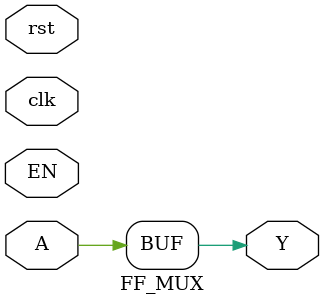
<source format=v>
module FF_MUX(A, clk, rst, EN, Y);
parameter N = 1;
parameter SEL = 0;
parameter RSTTYPE = "SYNC";
input EN;
input clk, rst;
input [N-1:0] A;
output [N-1:0] Y;

reg [N-1:0] Y_FF;

assign Y = (SEL)? Y_FF : A;

generate
	if (RSTTYPE == "SYNC") begin
		always @(posedge clk) begin
			if (rst) begin
				Y_FF <= 0;
			end
			else if(EN) begin
				Y_FF <= A;
			end
		end
	end
	else begin
		always @(posedge clk or posedge rst) begin
			if (rst) begin
				Y_FF <= 0;
			end
			else if(EN) begin
				Y_FF <= A;
			end
		end
	end
endgenerate
endmodule
</source>
